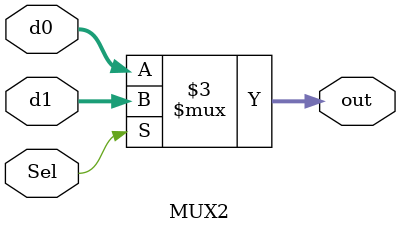
<source format=v>
`timescale 1ns / 1ps

module MUX2(d0, d1, Sel, out);
parameter DATA_WIDTH=4;
input Sel;
input [DATA_WIDTH-1:0] d0;
input [DATA_WIDTH-1:0] d1;
output reg [DATA_WIDTH-1:0] out;

always@(d0, d1, Sel) begin
    if(Sel) begin
        out=d1;
    end else begin
        out=d0;
    end
end
endmodule

</source>
